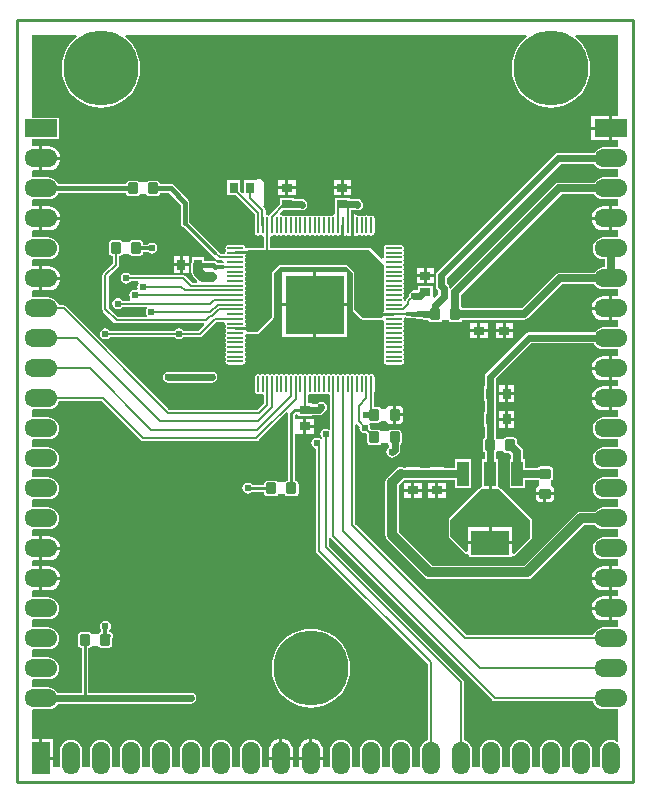
<source format=gtl>
G04*
G04 #@! TF.GenerationSoftware,Altium Limited,Altium Designer,19.0.14 (431)*
G04*
G04 Layer_Physical_Order=1*
G04 Layer_Color=255*
%FSLAX25Y25*%
%MOIN*%
G70*
G01*
G75*
%ADD13C,0.01000*%
G04:AMPARAMS|DCode=16|XSize=39.37mil|YSize=35.43mil|CornerRadius=4.43mil|HoleSize=0mil|Usage=FLASHONLY|Rotation=270.000|XOffset=0mil|YOffset=0mil|HoleType=Round|Shape=RoundedRectangle|*
%AMROUNDEDRECTD16*
21,1,0.03937,0.02657,0,0,270.0*
21,1,0.03051,0.03543,0,0,270.0*
1,1,0.00886,-0.01329,-0.01526*
1,1,0.00886,-0.01329,0.01526*
1,1,0.00886,0.01329,0.01526*
1,1,0.00886,0.01329,-0.01526*
%
%ADD16ROUNDEDRECTD16*%
%ADD17R,0.02953X0.03740*%
%ADD18R,0.03740X0.02953*%
%ADD19R,0.12795X0.08465*%
%ADD20R,0.03937X0.08465*%
G04:AMPARAMS|DCode=21|XSize=39.37mil|YSize=35.43mil|CornerRadius=4.43mil|HoleSize=0mil|Usage=FLASHONLY|Rotation=0.000|XOffset=0mil|YOffset=0mil|HoleType=Round|Shape=RoundedRectangle|*
%AMROUNDEDRECTD21*
21,1,0.03937,0.02657,0,0,0.0*
21,1,0.03051,0.03543,0,0,0.0*
1,1,0.00886,0.01526,-0.01329*
1,1,0.00886,-0.01526,-0.01329*
1,1,0.00886,-0.01526,0.01329*
1,1,0.00886,0.01526,0.01329*
%
%ADD21ROUNDEDRECTD21*%
%ADD39R,0.19685X0.19685*%
%ADD40O,0.00945X0.05512*%
%ADD41O,0.05512X0.00945*%
%ADD42C,0.00800*%
%ADD43C,0.02400*%
%ADD44C,0.02500*%
%ADD45C,0.03200*%
%ADD46C,0.01200*%
%ADD47C,0.01600*%
%ADD48C,0.02000*%
%ADD49C,0.02800*%
%ADD50C,0.25000*%
%ADD51R,0.11000X0.06000*%
%ADD52O,0.11000X0.06000*%
%ADD53R,0.06000X0.11000*%
%ADD54O,0.06000X0.11000*%
%ADD55C,0.02400*%
%ADD56C,0.01968*%
G36*
X200457Y222000D02*
X198500D01*
Y218000D01*
Y214000D01*
X200457D01*
Y211631D01*
X195500D01*
X194560Y211507D01*
X193684Y211145D01*
X192932Y210567D01*
X192371Y209835D01*
X180500D01*
X179798Y209696D01*
X179202Y209298D01*
X140202Y170298D01*
X139804Y169702D01*
X139665Y169000D01*
Y165510D01*
X139804Y164808D01*
X140202Y164213D01*
X140450Y163965D01*
Y162668D01*
X139212Y161430D01*
X138612Y161678D01*
Y165393D01*
X136203D01*
X135825Y165468D01*
X135448Y165393D01*
X133671D01*
Y164079D01*
X132500D01*
X131798Y163940D01*
X131202Y163542D01*
X130804Y162946D01*
X130665Y162244D01*
X130687Y162129D01*
X129779Y161221D01*
X129558Y160890D01*
X129487Y160531D01*
X129434Y160500D01*
X129282Y160499D01*
X128912Y160723D01*
X128933Y160825D01*
X128850Y161244D01*
X128613Y161598D01*
Y161627D01*
X128850Y161981D01*
X128933Y162400D01*
X128850Y162819D01*
X128613Y163173D01*
Y163202D01*
X128850Y163556D01*
X128933Y163975D01*
X128850Y164393D01*
X128621Y164762D01*
X128850Y165131D01*
X128933Y165550D01*
X128850Y165968D01*
X128613Y166323D01*
Y166351D01*
X128850Y166706D01*
X128933Y167124D01*
X128850Y167543D01*
X128613Y167898D01*
Y167926D01*
X128850Y168281D01*
X128933Y168699D01*
X128850Y169118D01*
X128613Y169472D01*
Y169501D01*
X128850Y169856D01*
X128933Y170274D01*
X128850Y170693D01*
X128621Y171061D01*
X128850Y171430D01*
X128933Y171849D01*
X128850Y172267D01*
X128613Y172622D01*
Y172650D01*
X128850Y173005D01*
X128933Y173424D01*
X128850Y173842D01*
X128613Y174197D01*
Y174225D01*
X128850Y174580D01*
X128933Y174998D01*
X128850Y175417D01*
X128621Y175786D01*
X128850Y176155D01*
X128933Y176573D01*
X128850Y176992D01*
X128613Y177346D01*
Y177375D01*
X128850Y177730D01*
X128933Y178148D01*
X128850Y178567D01*
X128613Y178921D01*
X128258Y179158D01*
X127839Y179242D01*
X123273D01*
X122854Y179158D01*
X122499Y178921D01*
X122262Y178567D01*
X122179Y178148D01*
X122262Y177730D01*
X122499Y177375D01*
Y177346D01*
X122262Y176992D01*
X122179Y176573D01*
X122262Y176155D01*
X122491Y175786D01*
X122262Y175417D01*
X122179Y174998D01*
X122226Y174762D01*
X122144Y174623D01*
X121410Y174508D01*
X117959Y177959D01*
X117500Y178149D01*
X84449Y178149D01*
Y181759D01*
X85005Y182251D01*
X85423Y182335D01*
X85778Y182572D01*
X85806D01*
X86161Y182335D01*
X86580Y182251D01*
X86998Y182335D01*
X87367Y182563D01*
X87736Y182335D01*
X88154Y182251D01*
X88573Y182335D01*
X88928Y182572D01*
X88956D01*
X89311Y182335D01*
X89729Y182251D01*
X90148Y182335D01*
X90502Y182572D01*
X90531D01*
X90886Y182335D01*
X91304Y182251D01*
X91722Y182335D01*
X92077Y182572D01*
X92106D01*
X92460Y182335D01*
X92879Y182251D01*
X93297Y182335D01*
X93666Y182563D01*
X94035Y182335D01*
X94454Y182251D01*
X94872Y182335D01*
X95227Y182572D01*
X95255D01*
X95610Y182335D01*
X96028Y182251D01*
X96447Y182335D01*
X96802Y182572D01*
X96830D01*
X97185Y182335D01*
X97603Y182251D01*
X98022Y182335D01*
X98391Y182563D01*
X98760Y182335D01*
X99178Y182251D01*
X99596Y182335D01*
X99951Y182572D01*
X99980D01*
X100334Y182335D01*
X100753Y182251D01*
X101171Y182335D01*
X101526Y182572D01*
X101554D01*
X101909Y182335D01*
X102328Y182251D01*
X102746Y182335D01*
X103115Y182563D01*
X103484Y182335D01*
X103902Y182251D01*
X104321Y182335D01*
X104675Y182572D01*
X104704D01*
X105059Y182335D01*
X105477Y182251D01*
X105896Y182335D01*
X106250Y182572D01*
X106279D01*
X106633Y182335D01*
X107052Y182251D01*
X107470Y182335D01*
X107512Y182363D01*
X107565Y182283D01*
X108052Y181958D01*
X108127Y181943D01*
Y183250D01*
X108146Y183345D01*
Y185628D01*
X109108D01*
Y183345D01*
X109127Y183250D01*
Y181943D01*
X109201Y181958D01*
X109688Y182283D01*
X109741Y182363D01*
X109783Y182335D01*
X110202Y182251D01*
X110620Y182335D01*
X110662Y182363D01*
X110715Y182283D01*
X111202Y181958D01*
X111276Y181943D01*
Y183250D01*
X111295Y183345D01*
Y185628D01*
Y187912D01*
X111276Y188007D01*
Y189730D01*
X111221Y189776D01*
Y190909D01*
X112642D01*
X112798Y190804D01*
X113500Y190665D01*
X114202Y190804D01*
X114798Y191202D01*
X115196Y191798D01*
X115335Y192500D01*
X115196Y193202D01*
X114798Y193798D01*
X114554Y194042D01*
X113958Y194440D01*
X113256Y194579D01*
X110970D01*
Y194820D01*
X106030D01*
Y190668D01*
X106032D01*
Y189497D01*
X105477Y189005D01*
X105059Y188922D01*
X104704Y188685D01*
X104675D01*
X104321Y188922D01*
X103902Y189005D01*
X103484Y188922D01*
X103115Y188694D01*
X102746Y188922D01*
X102328Y189005D01*
X101909Y188922D01*
X101554Y188685D01*
X101526D01*
X101171Y188922D01*
X100753Y189005D01*
X100334Y188922D01*
X99980Y188685D01*
X99951D01*
X99596Y188922D01*
X99178Y189005D01*
X98760Y188922D01*
X98391Y188694D01*
X98022Y188922D01*
X97603Y189005D01*
X97185Y188922D01*
X96830Y188685D01*
X96802D01*
X96447Y188922D01*
X96028Y189005D01*
X95610Y188922D01*
X95255Y188685D01*
X95227D01*
X94872Y188922D01*
X94454Y189005D01*
X94035Y188922D01*
X93666Y188694D01*
X93297Y188922D01*
X92879Y189005D01*
X92460Y188922D01*
X92106Y188685D01*
X92077D01*
X91722Y188922D01*
X91304Y189005D01*
X90886Y188922D01*
X90531Y188685D01*
X90502D01*
X90148Y188922D01*
X89729Y189005D01*
X89311Y188922D01*
X88956Y188685D01*
X88928D01*
X88573Y188922D01*
X88154Y189005D01*
X87927Y188960D01*
X87745Y189054D01*
X87615Y189730D01*
X87645Y189803D01*
X88510Y190668D01*
X92470D01*
Y190909D01*
X94141D01*
X94298Y190804D01*
X95000Y190665D01*
X95702Y190804D01*
X96298Y191202D01*
X96696Y191798D01*
X96835Y192500D01*
X96696Y193202D01*
X96298Y193798D01*
X96054Y194042D01*
X95458Y194440D01*
X94756Y194579D01*
X92470D01*
Y194820D01*
X87530D01*
Y192572D01*
X84284Y189326D01*
X83848Y188922D01*
X83430Y189005D01*
X82850Y189480D01*
Y190670D01*
X82772Y191060D01*
X82551Y191391D01*
X81996Y191946D01*
X82226Y192500D01*
X82500D01*
Y200000D01*
X81374Y201126D01*
X80267D01*
X80232Y201126D01*
X79832Y200726D01*
X75679D01*
Y196611D01*
X75080Y196362D01*
X74321Y197121D01*
Y200726D01*
X70168D01*
Y195786D01*
X72772D01*
X79261Y189297D01*
Y188283D01*
X79187Y187912D01*
Y183345D01*
X79270Y182926D01*
X79507Y182572D01*
X79862Y182335D01*
X80280Y182251D01*
X80699Y182335D01*
X81054Y182572D01*
X81082D01*
X81437Y182335D01*
X81855Y182251D01*
X82410Y181759D01*
Y178149D01*
X76902D01*
X76834Y178121D01*
X76761Y178134D01*
X76747Y178124D01*
X76709Y178126D01*
X76324Y178260D01*
X76122Y178423D01*
X76094Y178567D01*
X75857Y178921D01*
X75502Y179158D01*
X75084Y179242D01*
X70517D01*
X70098Y179158D01*
X69743Y178921D01*
X69506Y178567D01*
X69423Y178148D01*
X69506Y177730D01*
X69743Y177375D01*
Y177346D01*
X69506Y176992D01*
X69423Y176573D01*
X68931Y176018D01*
X67924D01*
X67269Y176673D01*
X67230Y176868D01*
X66965Y177265D01*
X57427Y186803D01*
Y193200D01*
X57427Y193200D01*
X57319Y193746D01*
X57009Y194209D01*
X57009Y194209D01*
X52209Y199009D01*
X51746Y199319D01*
X51200Y199427D01*
X51200Y199427D01*
X47739D01*
Y199526D01*
X47658Y199933D01*
X47427Y200277D01*
X47082Y200508D01*
X46675Y200589D01*
X44018D01*
X43611Y200508D01*
X43266Y200277D01*
X43059Y199969D01*
X40941D01*
X40734Y200277D01*
X40389Y200508D01*
X39982Y200589D01*
X37325D01*
X36918Y200508D01*
X36573Y200277D01*
X36342Y199933D01*
X36261Y199526D01*
Y199427D01*
X13805D01*
X13645Y199815D01*
X13068Y200568D01*
X12315Y201145D01*
X11440Y201507D01*
X10500Y201631D01*
X5500D01*
X5494Y201630D01*
X5043Y202026D01*
Y203571D01*
X5494Y203966D01*
X5500Y203965D01*
X7500D01*
Y208000D01*
Y212035D01*
X5500D01*
X5494Y212034D01*
X5043Y212429D01*
Y214400D01*
X14100D01*
Y221600D01*
X5043D01*
Y248957D01*
X19734D01*
X19955Y248357D01*
X18708Y247292D01*
X17369Y245724D01*
X16292Y243966D01*
X15503Y242061D01*
X15021Y240056D01*
X14860Y238000D01*
X15021Y235944D01*
X15503Y233939D01*
X16292Y232034D01*
X17369Y230276D01*
X18708Y228708D01*
X20276Y227369D01*
X22034Y226292D01*
X23939Y225503D01*
X25944Y225021D01*
X28000Y224859D01*
X30056Y225021D01*
X32061Y225503D01*
X33966Y226292D01*
X35724Y227369D01*
X37292Y228708D01*
X38631Y230276D01*
X39708Y232034D01*
X40497Y233939D01*
X40979Y235944D01*
X41140Y238000D01*
X40979Y240056D01*
X40497Y242061D01*
X39708Y243966D01*
X38631Y245724D01*
X37292Y247292D01*
X36045Y248357D01*
X36266Y248957D01*
X169734D01*
X169955Y248357D01*
X168708Y247292D01*
X167369Y245724D01*
X166292Y243966D01*
X165503Y242061D01*
X165021Y240056D01*
X164859Y238000D01*
X165021Y235944D01*
X165503Y233939D01*
X166292Y232034D01*
X167369Y230276D01*
X168708Y228708D01*
X170276Y227369D01*
X172034Y226292D01*
X173939Y225503D01*
X175944Y225021D01*
X178000Y224859D01*
X180056Y225021D01*
X182061Y225503D01*
X183966Y226292D01*
X185724Y227369D01*
X187292Y228708D01*
X188631Y230276D01*
X189708Y232034D01*
X190497Y233939D01*
X190979Y235944D01*
X191140Y238000D01*
X190979Y240056D01*
X190497Y242061D01*
X189708Y243966D01*
X188631Y245724D01*
X187292Y247292D01*
X186045Y248357D01*
X186266Y248957D01*
X200457D01*
Y222000D01*
D02*
G37*
G36*
X54573Y192609D02*
Y186500D01*
X54681Y185954D01*
X54991Y185491D01*
X55454Y185181D01*
X55622Y185148D01*
X65235Y175535D01*
X65632Y175270D01*
X65827Y175231D01*
X66781Y174277D01*
X67111Y174056D01*
X67502Y173979D01*
X68454D01*
X68909Y173473D01*
X68651Y173072D01*
X66946D01*
X66509Y173509D01*
X66046Y173819D01*
X65500Y173927D01*
X65500Y173927D01*
X62332D01*
Y174970D01*
X58179D01*
Y173338D01*
X58013Y172500D01*
Y170244D01*
X58184Y169386D01*
X58670Y168658D01*
X60159Y167169D01*
X59910Y166569D01*
X58373D01*
X56221Y168721D01*
X55890Y168942D01*
X55500Y169020D01*
X37884D01*
X37698Y169298D01*
X37102Y169696D01*
X36400Y169835D01*
X35698Y169696D01*
X35102Y169298D01*
X34704Y168702D01*
X34565Y168000D01*
X34704Y167298D01*
X35102Y166702D01*
X35698Y166304D01*
X36400Y166165D01*
X37102Y166304D01*
X37698Y166702D01*
X37884Y166980D01*
X40358D01*
X40486Y166802D01*
X40624Y166380D01*
X40304Y165902D01*
X40165Y165200D01*
X40293Y164556D01*
X40090Y164310D01*
X39844Y164107D01*
X39200Y164235D01*
X38498Y164096D01*
X37902Y163698D01*
X37504Y163102D01*
X37365Y162400D01*
X37504Y161698D01*
X37824Y161220D01*
X37686Y160798D01*
X37558Y160620D01*
X35084D01*
X34898Y160898D01*
X34302Y161296D01*
X33600Y161435D01*
X32898Y161296D01*
X32302Y160898D01*
X31904Y160302D01*
X31765Y159600D01*
X31904Y158898D01*
X32302Y158302D01*
X32898Y157904D01*
X33600Y157765D01*
X34302Y157904D01*
X34898Y158302D01*
X35084Y158580D01*
X43158D01*
X43286Y158402D01*
X43424Y157980D01*
X43104Y157502D01*
X42965Y156800D01*
X43104Y156098D01*
X43424Y155620D01*
X43286Y155198D01*
X43158Y155020D01*
X33598D01*
X30520Y158098D01*
Y168640D01*
X33721Y171841D01*
X33942Y172172D01*
X34020Y172562D01*
Y175559D01*
X34382D01*
X34789Y175640D01*
X35134Y175871D01*
X35341Y176180D01*
X37459D01*
X37666Y175871D01*
X38011Y175640D01*
X38418Y175559D01*
X41075D01*
X41482Y175640D01*
X41827Y175871D01*
X42058Y176216D01*
X42138Y176622D01*
Y176777D01*
X43653D01*
X43702Y176702D01*
X44298Y176304D01*
X45000Y176165D01*
X45702Y176304D01*
X46298Y176702D01*
X46696Y177298D01*
X46835Y178000D01*
X46696Y178702D01*
X46298Y179298D01*
X45702Y179696D01*
X45000Y179835D01*
X44298Y179696D01*
X43702Y179298D01*
X43653Y179224D01*
X42138D01*
Y179674D01*
X42058Y180080D01*
X41827Y180426D01*
X41482Y180656D01*
X41075Y180737D01*
X38418D01*
X38011Y180656D01*
X37666Y180426D01*
X37459Y180116D01*
X35341D01*
X35134Y180426D01*
X34789Y180656D01*
X34382Y180737D01*
X31725D01*
X31318Y180656D01*
X30973Y180426D01*
X30742Y180080D01*
X30661Y179674D01*
Y176622D01*
X30742Y176216D01*
X30973Y175871D01*
X31318Y175640D01*
X31725Y175559D01*
X31980D01*
Y172984D01*
X28779Y169783D01*
X28558Y169452D01*
X28480Y169062D01*
Y157676D01*
X28558Y157285D01*
X28779Y156955D01*
X32455Y153279D01*
X32785Y153058D01*
X33176Y152980D01*
X62250D01*
X62498Y152380D01*
X60637Y150520D01*
X55484D01*
X55298Y150798D01*
X54702Y151196D01*
X54000Y151335D01*
X53298Y151196D01*
X52702Y150798D01*
X52516Y150520D01*
X30984D01*
X30798Y150798D01*
X30202Y151196D01*
X29500Y151335D01*
X28798Y151196D01*
X28202Y150798D01*
X27804Y150202D01*
X27665Y149500D01*
X27804Y148798D01*
X28202Y148202D01*
X28798Y147804D01*
X29500Y147665D01*
X30202Y147804D01*
X30798Y148202D01*
X30984Y148480D01*
X52516D01*
X52702Y148202D01*
X53298Y147804D01*
X54000Y147665D01*
X54702Y147804D01*
X55298Y148202D01*
X55484Y148480D01*
X61060D01*
X61450Y148558D01*
X61781Y148779D01*
X66508Y153506D01*
X68931D01*
X69423Y152951D01*
X69506Y152533D01*
X69743Y152178D01*
Y152150D01*
X69506Y151795D01*
X69423Y151376D01*
X69506Y150958D01*
X69735Y150589D01*
X69506Y150220D01*
X69423Y149802D01*
X69506Y149383D01*
X69743Y149028D01*
Y149000D01*
X69506Y148645D01*
X69423Y148227D01*
X69506Y147808D01*
X69743Y147454D01*
Y147425D01*
X69506Y147070D01*
X69423Y146652D01*
X69506Y146233D01*
X69735Y145865D01*
X69506Y145496D01*
X69423Y145077D01*
X69506Y144659D01*
X69743Y144304D01*
Y144275D01*
X69506Y143921D01*
X69423Y143502D01*
X69506Y143084D01*
X69743Y142729D01*
Y142701D01*
X69506Y142346D01*
X69423Y141928D01*
X69506Y141509D01*
X69735Y141140D01*
X69506Y140771D01*
X69423Y140353D01*
X69506Y139934D01*
X69743Y139580D01*
X70098Y139342D01*
X70517Y139259D01*
X75084D01*
X75502Y139342D01*
X75857Y139580D01*
X76094Y139934D01*
X76177Y140353D01*
X76094Y140771D01*
X75865Y141140D01*
X76094Y141509D01*
X76177Y141928D01*
X76094Y142346D01*
X75857Y142701D01*
Y142729D01*
X76094Y143084D01*
X76177Y143502D01*
X76094Y143921D01*
X75857Y144275D01*
Y144304D01*
X76094Y144659D01*
X76177Y145077D01*
X76094Y145496D01*
X75865Y145865D01*
X76094Y146233D01*
X76177Y146652D01*
X76094Y147070D01*
X75857Y147425D01*
Y147454D01*
X76094Y147808D01*
X76177Y148227D01*
X76094Y148645D01*
X76329Y149351D01*
X76424Y149397D01*
X76695Y149408D01*
X80058Y149408D01*
X80517Y149598D01*
X85459Y154541D01*
X85649Y155000D01*
Y169731D01*
X87769Y171851D01*
X109731D01*
X111851Y169731D01*
Y157500D01*
X112041Y157041D01*
X114759Y154323D01*
X115218Y154133D01*
X121661Y154133D01*
X121931Y154121D01*
X122027Y154075D01*
X122262Y153370D01*
X122179Y152951D01*
X122262Y152533D01*
X122499Y152178D01*
Y152150D01*
X122262Y151795D01*
X122179Y151376D01*
X122262Y150958D01*
X122491Y150589D01*
X122262Y150220D01*
X122179Y149802D01*
X122262Y149383D01*
X122499Y149028D01*
Y149000D01*
X122262Y148645D01*
X122179Y148227D01*
X122262Y147808D01*
X122499Y147454D01*
Y147425D01*
X122262Y147070D01*
X122179Y146652D01*
X122262Y146233D01*
X122491Y145865D01*
X122262Y145496D01*
X122179Y145077D01*
X122262Y144659D01*
X122499Y144304D01*
Y144275D01*
X122262Y143921D01*
X122179Y143502D01*
X122262Y143084D01*
X122499Y142729D01*
Y142701D01*
X122262Y142346D01*
X122179Y141928D01*
X122262Y141509D01*
X122491Y141140D01*
X122262Y140771D01*
X122179Y140353D01*
X122262Y139934D01*
X122499Y139580D01*
X122854Y139342D01*
X123273Y139259D01*
X127839D01*
X128258Y139342D01*
X128613Y139580D01*
X128850Y139934D01*
X128933Y140353D01*
X128850Y140771D01*
X128621Y141140D01*
X128850Y141509D01*
X128933Y141928D01*
X128850Y142346D01*
X128613Y142701D01*
Y142729D01*
X128850Y143084D01*
X128933Y143502D01*
X128850Y143921D01*
X128613Y144275D01*
Y144304D01*
X128850Y144659D01*
X128933Y145077D01*
X128850Y145496D01*
X128621Y145865D01*
X128850Y146233D01*
X128933Y146652D01*
X128850Y147070D01*
X128613Y147425D01*
Y147454D01*
X128850Y147808D01*
X128933Y148227D01*
X128850Y148645D01*
X128613Y149000D01*
Y149028D01*
X128850Y149383D01*
X128933Y149802D01*
X128850Y150220D01*
X128621Y150589D01*
X128850Y150958D01*
X128933Y151376D01*
X128850Y151795D01*
X128613Y152150D01*
Y152178D01*
X128850Y152533D01*
X128933Y152951D01*
X128850Y153370D01*
X128613Y153724D01*
Y153753D01*
X128850Y154107D01*
X128933Y154526D01*
X129425Y155081D01*
X129467D01*
X129633Y154970D01*
X130101Y154877D01*
X130912D01*
X131054Y154782D01*
X131601Y154673D01*
X132857D01*
X132976Y154594D01*
X133601Y154469D01*
X134802D01*
X134898Y154405D01*
X135601Y154265D01*
X137123D01*
X137142Y154168D01*
X137373Y153823D01*
X137718Y153593D01*
X138125Y153512D01*
X140782D01*
X141189Y153593D01*
X141534Y153823D01*
X141741Y154132D01*
X143859D01*
X144066Y153823D01*
X144411Y153593D01*
X144818Y153512D01*
X147475D01*
X147882Y153593D01*
X148227Y153823D01*
X148458Y154168D01*
X148467Y154215D01*
X151530D01*
Y154024D01*
X156470D01*
Y154215D01*
X159930D01*
Y154024D01*
X164870D01*
Y154215D01*
X169015D01*
X169736Y154358D01*
X170348Y154767D01*
X181695Y166114D01*
X192410D01*
X192932Y165432D01*
X193684Y164855D01*
X194560Y164493D01*
X195500Y164369D01*
X200457D01*
Y162034D01*
X198500D01*
Y158000D01*
Y153965D01*
X200457D01*
Y151631D01*
X195500D01*
X194560Y151507D01*
X193684Y151145D01*
X192932Y150568D01*
X192545Y150062D01*
X170727D01*
X170025Y149922D01*
X169429Y149524D01*
X156402Y136498D01*
X156004Y135902D01*
X155865Y135200D01*
Y131970D01*
X155624D01*
Y127030D01*
X155865D01*
Y123470D01*
X155624D01*
Y118530D01*
X155865D01*
Y114841D01*
X155619Y114678D01*
X155389Y114332D01*
X155308Y113926D01*
Y110874D01*
X155389Y110468D01*
X155619Y110123D01*
X155865Y109959D01*
Y107748D01*
X155131D01*
Y98333D01*
X154732D01*
X154518Y98245D01*
X154301Y98170D01*
X153883Y97799D01*
X153874Y97781D01*
X153854Y97772D01*
X144041Y87959D01*
X143851Y87500D01*
Y82000D01*
X144041Y81541D01*
X149289Y76293D01*
X149408Y76243D01*
X149499Y76152D01*
X149629D01*
X149748Y76103D01*
X149867Y76152D01*
X149997D01*
X150102Y76196D01*
X150702Y75795D01*
Y75052D01*
X164698D01*
Y75195D01*
X165298Y75596D01*
X165403Y75552D01*
X165533D01*
X165652Y75503D01*
X165771Y75552D01*
X165901D01*
X165992Y75643D01*
X166111Y75693D01*
X171459Y81041D01*
X171649Y81500D01*
X171649Y87500D01*
X171459Y87959D01*
X161587Y97831D01*
X161528Y97856D01*
X161492Y97910D01*
X161033Y98221D01*
X160845Y98260D01*
X160669Y98333D01*
X160268D01*
Y107748D01*
X159535D01*
Y109959D01*
X159781Y110123D01*
X159987Y110432D01*
X162106D01*
X162312Y110123D01*
X162657Y109892D01*
X163064Y109811D01*
X164098D01*
X164716Y109193D01*
Y107748D01*
X164187D01*
Y98084D01*
X169324D01*
Y100877D01*
X173695D01*
X173723Y100835D01*
X174031Y100629D01*
Y98935D01*
X173911Y98911D01*
X173434Y98592D01*
X173115Y98115D01*
X173003Y97552D01*
Y96723D01*
X178997D01*
Y97552D01*
X178885Y98115D01*
X178566Y98592D01*
X178089Y98911D01*
X177969Y98935D01*
Y100629D01*
X178278Y100835D01*
X178508Y101180D01*
X178589Y101587D01*
Y104244D01*
X178508Y104651D01*
X178278Y104996D01*
X177933Y105227D01*
X177526Y105308D01*
X174474D01*
X174067Y105227D01*
X173723Y104996D01*
X173695Y104955D01*
X169324D01*
Y107748D01*
X168794D01*
Y110038D01*
X168639Y110818D01*
X168197Y111480D01*
X166785Y112892D01*
Y113926D01*
X166704Y114332D01*
X166473Y114678D01*
X166129Y114908D01*
X165722Y114989D01*
X163064D01*
X162657Y114908D01*
X162312Y114678D01*
X162106Y114368D01*
X159987D01*
X159781Y114678D01*
X159535Y114841D01*
Y118530D01*
X159776D01*
Y123470D01*
X159535D01*
Y127030D01*
X159776D01*
Y131970D01*
X159535D01*
Y134440D01*
X171487Y146391D01*
X192270D01*
X192355Y146185D01*
X192932Y145432D01*
X193684Y144855D01*
X194560Y144493D01*
X195500Y144369D01*
X200457D01*
Y142034D01*
X198500D01*
Y138000D01*
Y133966D01*
X200457D01*
Y132035D01*
X198500D01*
Y128000D01*
Y123966D01*
X200457D01*
Y121631D01*
X195500D01*
X194560Y121507D01*
X193684Y121145D01*
X192932Y120568D01*
X192355Y119816D01*
X191993Y118940D01*
X191869Y118000D01*
X191993Y117060D01*
X192355Y116184D01*
X192932Y115432D01*
X193684Y114855D01*
X194560Y114493D01*
X195500Y114369D01*
X200457D01*
Y111631D01*
X195500D01*
X194560Y111507D01*
X193684Y111145D01*
X192932Y110568D01*
X192355Y109816D01*
X191993Y108940D01*
X191869Y108000D01*
X191993Y107060D01*
X192355Y106184D01*
X192932Y105432D01*
X193684Y104855D01*
X194560Y104493D01*
X195500Y104369D01*
X200457D01*
Y101631D01*
X195500D01*
X194560Y101507D01*
X193684Y101145D01*
X192932Y100568D01*
X192355Y99815D01*
X191993Y98940D01*
X191869Y98000D01*
X191993Y97060D01*
X192355Y96184D01*
X192932Y95432D01*
X193684Y94855D01*
X194560Y94493D01*
X195500Y94369D01*
X200457D01*
Y91631D01*
X195500D01*
X194560Y91507D01*
X193684Y91145D01*
X192932Y90568D01*
X192683Y90243D01*
X188000D01*
X187142Y90072D01*
X186414Y89586D01*
X169071Y72243D01*
X138429D01*
X127243Y83429D01*
Y95000D01*
Y99071D01*
X128954Y100782D01*
X129530Y100839D01*
X129530Y100839D01*
X129530Y100839D01*
X134470D01*
Y100877D01*
X137530D01*
Y100839D01*
X142470D01*
Y100877D01*
X146076D01*
Y98084D01*
X151213D01*
Y107748D01*
X146076D01*
Y104955D01*
X142470D01*
Y104992D01*
X137530D01*
Y104955D01*
X134470D01*
Y104992D01*
X129530D01*
Y104955D01*
X128824D01*
X128774Y104988D01*
X127916Y105159D01*
X127057Y104988D01*
X126330Y104502D01*
X123414Y101586D01*
X122928Y100858D01*
X122757Y100000D01*
Y95000D01*
Y82500D01*
X122928Y81642D01*
X123414Y80914D01*
X135914Y68414D01*
X136642Y67928D01*
X137500Y67757D01*
X170000D01*
X170858Y67928D01*
X171586Y68414D01*
X188929Y85757D01*
X192683D01*
X192932Y85432D01*
X193684Y84855D01*
X194560Y84493D01*
X195500Y84369D01*
X200457D01*
Y81631D01*
X195500D01*
X194560Y81507D01*
X193684Y81145D01*
X192932Y80568D01*
X192355Y79816D01*
X191993Y78940D01*
X191869Y78000D01*
X191993Y77060D01*
X192355Y76184D01*
X192932Y75432D01*
X193684Y74855D01*
X194560Y74493D01*
X195500Y74369D01*
X200457D01*
Y72035D01*
X198500D01*
Y68000D01*
Y63965D01*
X200457D01*
Y62034D01*
X198500D01*
Y58000D01*
Y53966D01*
X200457D01*
Y51631D01*
X195500D01*
X194560Y51507D01*
X193684Y51145D01*
X192932Y50568D01*
X192355Y49815D01*
X192026Y49020D01*
X149922D01*
X112796Y86146D01*
Y119067D01*
X113396Y119316D01*
X114230Y118482D01*
X114165Y118154D01*
X114304Y117451D01*
X114702Y116856D01*
X115298Y116458D01*
X116000Y116318D01*
X116328Y116384D01*
X116762Y115950D01*
Y113474D01*
X116842Y113067D01*
X117073Y112723D01*
X117418Y112492D01*
X117825Y112411D01*
X120482D01*
X120889Y112492D01*
X121234Y112723D01*
X121441Y113031D01*
X123559D01*
X123766Y112723D01*
X124011Y112559D01*
Y111607D01*
X123702Y111298D01*
X123304Y110702D01*
X123165Y110000D01*
X123304Y109298D01*
X123702Y108702D01*
X124298Y108304D01*
X125000Y108165D01*
X125702Y108304D01*
X126298Y108702D01*
X127144Y109549D01*
X127542Y110144D01*
X127682Y110846D01*
Y112559D01*
X127927Y112723D01*
X128158Y113067D01*
X128238Y113474D01*
Y116526D01*
X128158Y116932D01*
X127927Y117278D01*
X127582Y117508D01*
X127175Y117589D01*
X124518D01*
X124111Y117508D01*
X123766Y117278D01*
X123559Y116969D01*
X121441D01*
X121234Y117278D01*
X120889Y117508D01*
X120482Y117589D01*
X118279D01*
X117827Y118115D01*
X117835Y118154D01*
X117696Y118856D01*
X117334Y119397D01*
X117398Y119602D01*
X117631Y119949D01*
X117825Y119911D01*
X120482D01*
X120889Y119992D01*
X121234Y120222D01*
X121441Y120531D01*
X123135D01*
X123159Y120411D01*
X123477Y119934D01*
X123955Y119615D01*
X124518Y119503D01*
X125346D01*
Y122500D01*
Y125497D01*
X124518D01*
X123955Y125385D01*
X123477Y125066D01*
X123159Y124589D01*
X123135Y124469D01*
X121441D01*
X121234Y124777D01*
X120889Y125008D01*
X120482Y125089D01*
X119095D01*
Y130218D01*
X119169Y130589D01*
Y135156D01*
X119086Y135574D01*
X118849Y135929D01*
X118494Y136166D01*
X118076Y136249D01*
X117657Y136166D01*
X117302Y135929D01*
X117274D01*
X116919Y136166D01*
X116501Y136249D01*
X116082Y136166D01*
X115728Y135929D01*
X115699D01*
X115344Y136166D01*
X114926Y136249D01*
X114507Y136166D01*
X114153Y135929D01*
X114124D01*
X113770Y136166D01*
X113351Y136249D01*
X112933Y136166D01*
X112578Y135929D01*
X112550D01*
X112195Y136166D01*
X111776Y136249D01*
X111358Y136166D01*
X111003Y135929D01*
X110975D01*
X110620Y136166D01*
X110202Y136249D01*
X109783Y136166D01*
X109428Y135929D01*
X109400D01*
X109045Y136166D01*
X108627Y136249D01*
X108208Y136166D01*
X107854Y135929D01*
X107825D01*
X107470Y136166D01*
X107052Y136249D01*
X106633Y136166D01*
X106279Y135929D01*
X106250D01*
X105896Y136166D01*
X105477Y136249D01*
X105059Y136166D01*
X104704Y135929D01*
X104675D01*
X104321Y136166D01*
X103902Y136249D01*
X103484Y136166D01*
X103129Y135929D01*
X103101D01*
X102746Y136166D01*
X102328Y136249D01*
X101909Y136166D01*
X101554Y135929D01*
X101526D01*
X101171Y136166D01*
X100753Y136249D01*
X100334Y136166D01*
X99980Y135929D01*
X99951D01*
X99596Y136166D01*
X99178Y136249D01*
X98760Y136166D01*
X98405Y135929D01*
X98376D01*
X98022Y136166D01*
X97603Y136249D01*
X97185Y136166D01*
X96830Y135929D01*
X96802D01*
X96447Y136166D01*
X96028Y136249D01*
X95610Y136166D01*
X95255Y135929D01*
X95227D01*
X94872Y136166D01*
X94454Y136249D01*
X94035Y136166D01*
X93666Y135938D01*
X93297Y136166D01*
X92879Y136249D01*
X92460Y136166D01*
X92106Y135929D01*
X92077D01*
X91722Y136166D01*
X91304Y136249D01*
X90886Y136166D01*
X90531Y135929D01*
X90502D01*
X90148Y136166D01*
X89729Y136249D01*
X89311Y136166D01*
X88956Y135929D01*
X88928D01*
X88573Y136166D01*
X88154Y136249D01*
X87736Y136166D01*
X87367Y135938D01*
X86998Y136166D01*
X86580Y136249D01*
X86161Y136166D01*
X85806Y135929D01*
X85778D01*
X85423Y136166D01*
X85005Y136249D01*
X84586Y136166D01*
X84232Y135929D01*
X84203D01*
X83848Y136166D01*
X83430Y136249D01*
X83012Y136166D01*
X82643Y135938D01*
X82274Y136166D01*
X81855Y136249D01*
X81437Y136166D01*
X81082Y135929D01*
X81054D01*
X80699Y136166D01*
X80280Y136249D01*
X79862Y136166D01*
X79507Y135929D01*
X79270Y135574D01*
X79187Y135156D01*
Y130589D01*
X79270Y130171D01*
X79507Y129816D01*
X79862Y129579D01*
X80280Y129496D01*
X80699Y129579D01*
X81054Y129816D01*
X81082D01*
X81437Y129579D01*
X81855Y129496D01*
X82410Y129004D01*
Y126352D01*
X80278Y124220D01*
X50822D01*
X16321Y158721D01*
X15990Y158942D01*
X15600Y159020D01*
X13974D01*
X13645Y159816D01*
X13068Y160568D01*
X12315Y161145D01*
X11440Y161507D01*
X10500Y161631D01*
X5500D01*
X5494Y161630D01*
X5043Y162026D01*
Y163571D01*
X5494Y163966D01*
X5500Y163965D01*
X7500D01*
Y168000D01*
Y172035D01*
X5500D01*
X5494Y172034D01*
X5043Y172429D01*
Y173974D01*
X5494Y174370D01*
X5500Y174369D01*
X10500D01*
X11440Y174493D01*
X12315Y174855D01*
X13068Y175432D01*
X13645Y176184D01*
X14007Y177060D01*
X14131Y178000D01*
X14007Y178940D01*
X13645Y179815D01*
X13068Y180568D01*
X12315Y181145D01*
X11440Y181507D01*
X10500Y181631D01*
X5500D01*
X5494Y181630D01*
X5043Y182026D01*
Y183571D01*
X5494Y183966D01*
X5500Y183966D01*
X7500D01*
Y188000D01*
Y192034D01*
X5500D01*
X5494Y192034D01*
X5043Y192429D01*
Y193974D01*
X5494Y194370D01*
X5500Y194369D01*
X10500D01*
X11440Y194493D01*
X12315Y194855D01*
X13068Y195432D01*
X13645Y196185D01*
X13805Y196573D01*
X36261D01*
Y196474D01*
X36342Y196068D01*
X36573Y195722D01*
X36918Y195492D01*
X37325Y195411D01*
X39982D01*
X40389Y195492D01*
X40734Y195722D01*
X40941Y196031D01*
X43059D01*
X43266Y195722D01*
X43611Y195492D01*
X44018Y195411D01*
X46675D01*
X47082Y195492D01*
X47427Y195722D01*
X47658Y196068D01*
X47739Y196474D01*
Y196573D01*
X50609D01*
X54573Y192609D01*
D02*
G37*
G36*
X192932Y205433D02*
X193684Y204855D01*
X194560Y204493D01*
X195500Y204369D01*
X200457D01*
Y201631D01*
X195500D01*
X194560Y201507D01*
X193684Y201145D01*
X192932Y200568D01*
X192410Y199886D01*
X180747D01*
X180025Y199743D01*
X179413Y199334D01*
X144813Y164733D01*
X144721Y164596D01*
X144223Y164703D01*
X144113Y164766D01*
X143981Y165427D01*
X143583Y166023D01*
X143335Y166271D01*
Y168240D01*
X181260Y206165D01*
X192371D01*
X192932Y205433D01*
D02*
G37*
G36*
Y195432D02*
X193684Y194855D01*
X194560Y194493D01*
X195500Y194369D01*
X200457D01*
Y192034D01*
X198500D01*
Y188000D01*
Y183966D01*
X200457D01*
Y181631D01*
X195500D01*
X194560Y181507D01*
X193684Y181145D01*
X192932Y180568D01*
X192355Y179815D01*
X191993Y178940D01*
X191869Y178000D01*
X191993Y177060D01*
X192355Y176184D01*
X192932Y175432D01*
X193684Y174855D01*
X194560Y174493D01*
X195500Y174369D01*
X196114D01*
Y171631D01*
X195500D01*
X194560Y171507D01*
X193684Y171145D01*
X192932Y170568D01*
X192410Y169886D01*
X180914D01*
X180192Y169743D01*
X179989Y169607D01*
X179580Y169334D01*
X168233Y157987D01*
X164870D01*
Y158177D01*
X159930D01*
Y157987D01*
X156470D01*
Y158177D01*
X151530D01*
Y157987D01*
X148467D01*
X148458Y158033D01*
X148227Y158378D01*
X148033Y158508D01*
Y162618D01*
X181528Y196114D01*
X192410D01*
X192932Y195432D01*
D02*
G37*
G36*
X122451Y172549D02*
X122262Y172267D01*
X122179Y171849D01*
X122262Y171430D01*
X122491Y171061D01*
X122262Y170693D01*
X122179Y170274D01*
X122262Y169856D01*
X122499Y169501D01*
Y169472D01*
X122262Y169118D01*
X122179Y168699D01*
X122262Y168281D01*
X122499Y167926D01*
Y167898D01*
X122262Y167543D01*
X122179Y167124D01*
X122262Y166706D01*
X122499Y166351D01*
Y166323D01*
X122262Y165968D01*
X122179Y165550D01*
X122262Y165131D01*
X122491Y164762D01*
X122262Y164393D01*
X122179Y163975D01*
X122262Y163556D01*
X122499Y163202D01*
Y163173D01*
X122262Y162819D01*
X122179Y162400D01*
X122262Y161981D01*
X122499Y161627D01*
Y161598D01*
X122262Y161244D01*
X122179Y160825D01*
X122262Y160407D01*
X122491Y160038D01*
X122262Y159669D01*
X122179Y159250D01*
X122262Y158832D01*
X122499Y158477D01*
Y158449D01*
X122262Y158094D01*
X122179Y157676D01*
X122262Y157257D01*
X122290Y157215D01*
X122211Y157162D01*
X121885Y156675D01*
X121871Y156601D01*
X123178D01*
X123273Y156582D01*
X125556D01*
Y155620D01*
X123273D01*
X123178Y155601D01*
X121871D01*
X121885Y155526D01*
X121982Y155382D01*
X121661Y154782D01*
X115218Y154782D01*
X112500Y157500D01*
Y170000D01*
X110000Y172500D01*
X87500D01*
X85000Y170000D01*
Y155000D01*
X80058Y150058D01*
X76695Y150058D01*
X76374Y150658D01*
X76471Y150802D01*
X76485Y150876D01*
X75178D01*
X75084Y150895D01*
X72800D01*
Y151857D01*
X75084D01*
X75178Y151876D01*
X76485D01*
X76471Y151951D01*
X76145Y152438D01*
X76066Y152491D01*
X76094Y152533D01*
X76177Y152951D01*
X76094Y153370D01*
X75857Y153724D01*
Y153753D01*
X76094Y154107D01*
X76177Y154526D01*
X76094Y154944D01*
X75865Y155313D01*
X76094Y155682D01*
X76177Y156101D01*
X76094Y156519D01*
X75857Y156874D01*
Y156902D01*
X76094Y157257D01*
X76177Y157676D01*
X76094Y158094D01*
X75857Y158449D01*
Y158477D01*
X76094Y158832D01*
X76177Y159250D01*
X76094Y159669D01*
X75865Y160038D01*
X76094Y160407D01*
X76177Y160825D01*
X76094Y161244D01*
X75857Y161598D01*
Y161627D01*
X76094Y161981D01*
X76177Y162400D01*
X76094Y162819D01*
X75857Y163173D01*
Y163202D01*
X76094Y163556D01*
X76177Y163975D01*
X76094Y164393D01*
X75865Y164762D01*
X76094Y165131D01*
X76177Y165550D01*
X76094Y165968D01*
X75857Y166323D01*
Y166351D01*
X76094Y166706D01*
X76177Y167124D01*
X76094Y167543D01*
X75857Y167898D01*
Y167926D01*
X76094Y168281D01*
X76177Y168699D01*
X76094Y169118D01*
X75857Y169472D01*
Y169501D01*
X76094Y169856D01*
X76177Y170274D01*
X76094Y170693D01*
X75865Y171061D01*
X76094Y171430D01*
X76177Y171849D01*
X76094Y172267D01*
X75857Y172622D01*
Y172650D01*
X76094Y173005D01*
X76177Y173424D01*
X76094Y173842D01*
X75857Y174197D01*
Y174225D01*
X76094Y174580D01*
X76177Y174998D01*
X76094Y175417D01*
X76066Y175459D01*
X76145Y175512D01*
X76471Y175999D01*
X76485Y176073D01*
X75178D01*
X75084Y176092D01*
X72800D01*
Y177054D01*
X75084D01*
X75178Y177073D01*
X76630D01*
X76902Y177500D01*
X117500Y177500D01*
X122451Y172549D01*
D02*
G37*
G36*
X103484Y129579D02*
X103902Y129496D01*
X104458Y129003D01*
Y117912D01*
X103858Y117592D01*
X103702Y117696D01*
X103000Y117835D01*
X102298Y117696D01*
X101702Y117298D01*
X101304Y116702D01*
X101165Y116000D01*
X101304Y115298D01*
X101608Y114844D01*
X101175Y114411D01*
X100702Y114727D01*
X100000Y114867D01*
X99298Y114727D01*
X98702Y114329D01*
X98304Y113734D01*
X98165Y113031D01*
X98304Y112329D01*
X98702Y111734D01*
X99298Y111336D01*
X99736Y111249D01*
Y77244D01*
X99814Y76854D01*
X100035Y76523D01*
X136980Y39578D01*
Y13974D01*
X136185Y13645D01*
X135432Y13068D01*
X134855Y12315D01*
X134493Y11440D01*
X134369Y10500D01*
Y5500D01*
X134370Y5494D01*
X133974Y5043D01*
X132026D01*
X131630Y5494D01*
X131631Y5500D01*
Y10500D01*
X131507Y11440D01*
X131145Y12315D01*
X130568Y13068D01*
X129815Y13645D01*
X128940Y14007D01*
X128000Y14131D01*
X127060Y14007D01*
X126184Y13645D01*
X125432Y13068D01*
X124855Y12315D01*
X124493Y11440D01*
X124369Y10500D01*
Y5500D01*
X124370Y5494D01*
X123974Y5043D01*
X122026D01*
X121630Y5494D01*
X121631Y5500D01*
Y10500D01*
X121507Y11440D01*
X121145Y12315D01*
X120568Y13068D01*
X119816Y13645D01*
X118940Y14007D01*
X118000Y14131D01*
X117060Y14007D01*
X116184Y13645D01*
X115432Y13068D01*
X114855Y12315D01*
X114493Y11440D01*
X114369Y10500D01*
Y5500D01*
X114370Y5494D01*
X113974Y5043D01*
X112026D01*
X111630Y5494D01*
X111631Y5500D01*
Y10500D01*
X111507Y11440D01*
X111145Y12315D01*
X110568Y13068D01*
X109816Y13645D01*
X108940Y14007D01*
X108000Y14131D01*
X107060Y14007D01*
X106184Y13645D01*
X105432Y13068D01*
X104855Y12315D01*
X104493Y11440D01*
X104369Y10500D01*
Y5500D01*
X104370Y5494D01*
X103974Y5043D01*
X102429D01*
X102034Y5494D01*
X102034Y5500D01*
Y7500D01*
X98000D01*
X93966D01*
Y5500D01*
X93966Y5494D01*
X93571Y5043D01*
X92429D01*
X92034Y5494D01*
X92035Y5500D01*
Y7500D01*
X88000D01*
X83965D01*
Y5500D01*
X83966Y5494D01*
X83571Y5043D01*
X82026D01*
X81630Y5494D01*
X81631Y5500D01*
Y10500D01*
X81507Y11440D01*
X81145Y12315D01*
X80568Y13068D01*
X79816Y13645D01*
X78940Y14007D01*
X78000Y14131D01*
X77060Y14007D01*
X76184Y13645D01*
X75432Y13068D01*
X74855Y12315D01*
X74493Y11440D01*
X74369Y10500D01*
Y5500D01*
X74370Y5494D01*
X73974Y5043D01*
X72026D01*
X71630Y5494D01*
X71631Y5500D01*
Y10500D01*
X71507Y11440D01*
X71145Y12315D01*
X70568Y13068D01*
X69815Y13645D01*
X68940Y14007D01*
X68000Y14131D01*
X67060Y14007D01*
X66185Y13645D01*
X65432Y13068D01*
X64855Y12315D01*
X64493Y11440D01*
X64369Y10500D01*
Y5500D01*
X64370Y5494D01*
X63974Y5043D01*
X62026D01*
X61630Y5494D01*
X61631Y5500D01*
Y10500D01*
X61507Y11440D01*
X61145Y12315D01*
X60568Y13068D01*
X59816Y13645D01*
X58940Y14007D01*
X58000Y14131D01*
X57060Y14007D01*
X56185Y13645D01*
X55432Y13068D01*
X54855Y12315D01*
X54493Y11440D01*
X54369Y10500D01*
Y5500D01*
X54370Y5494D01*
X53974Y5043D01*
X52026D01*
X51630Y5494D01*
X51631Y5500D01*
Y10500D01*
X51507Y11440D01*
X51145Y12315D01*
X50568Y13068D01*
X49815Y13645D01*
X48940Y14007D01*
X48000Y14131D01*
X47060Y14007D01*
X46185Y13645D01*
X45432Y13068D01*
X44855Y12315D01*
X44493Y11440D01*
X44369Y10500D01*
Y5500D01*
X44370Y5494D01*
X43974Y5043D01*
X42026D01*
X41630Y5494D01*
X41631Y5500D01*
Y10500D01*
X41507Y11440D01*
X41145Y12315D01*
X40567Y13068D01*
X39816Y13645D01*
X38940Y14007D01*
X38000Y14131D01*
X37060Y14007D01*
X36184Y13645D01*
X35432Y13068D01*
X34855Y12315D01*
X34493Y11440D01*
X34369Y10500D01*
Y5500D01*
X34370Y5494D01*
X33974Y5043D01*
X32026D01*
X31630Y5494D01*
X31631Y5500D01*
Y10500D01*
X31507Y11440D01*
X31145Y12315D01*
X30567Y13068D01*
X29816Y13645D01*
X28940Y14007D01*
X28000Y14131D01*
X27060Y14007D01*
X26184Y13645D01*
X25433Y13068D01*
X24855Y12315D01*
X24493Y11440D01*
X24369Y10500D01*
Y5500D01*
X24370Y5494D01*
X23974Y5043D01*
X22026D01*
X21630Y5494D01*
X21631Y5500D01*
Y10500D01*
X21507Y11440D01*
X21145Y12315D01*
X20568Y13068D01*
X19816Y13645D01*
X18940Y14007D01*
X18000Y14131D01*
X17060Y14007D01*
X16184Y13645D01*
X15432Y13068D01*
X14855Y12315D01*
X14493Y11440D01*
X14369Y10500D01*
Y5500D01*
X14370Y5494D01*
X13974Y5043D01*
X12000D01*
Y7500D01*
X8000D01*
Y8000D01*
X7500D01*
Y14500D01*
X5043D01*
Y23974D01*
X5494Y24370D01*
X5500Y24369D01*
X10500D01*
X11440Y24493D01*
X12315Y24855D01*
X13068Y25433D01*
X13629Y26165D01*
X58000D01*
X58702Y26304D01*
X59298Y26702D01*
X59696Y27298D01*
X59835Y28000D01*
X59696Y28702D01*
X59298Y29298D01*
X58702Y29696D01*
X58000Y29835D01*
X23775D01*
Y44911D01*
X23982D01*
X24389Y44992D01*
X24734Y45222D01*
X24941Y45531D01*
X27059D01*
X27266Y45222D01*
X27611Y44992D01*
X28018Y44911D01*
X30675D01*
X31082Y44992D01*
X31427Y45222D01*
X31658Y45568D01*
X31738Y45974D01*
Y48240D01*
X31845Y48400D01*
X31938Y48869D01*
X31845Y49337D01*
X31580Y49734D01*
X31183Y49999D01*
X30907Y50054D01*
X30752Y50608D01*
X30757Y50675D01*
X30798Y50702D01*
X31196Y51298D01*
X31335Y52000D01*
X31196Y52702D01*
X30798Y53298D01*
X30202Y53696D01*
X29500Y53835D01*
X28798Y53696D01*
X28202Y53298D01*
X27804Y52702D01*
X27665Y52000D01*
X27804Y51298D01*
X28123Y50821D01*
Y50089D01*
X28018D01*
X27611Y50008D01*
X27266Y49777D01*
X27059Y49468D01*
X24941D01*
X24734Y49777D01*
X24389Y50008D01*
X23982Y50089D01*
X21325D01*
X20918Y50008D01*
X20573Y49777D01*
X20342Y49433D01*
X20261Y49026D01*
Y45974D01*
X20342Y45568D01*
X20573Y45222D01*
X20918Y44992D01*
X21325Y44911D01*
X21532D01*
Y29835D01*
X13629D01*
X13068Y30567D01*
X12315Y31145D01*
X11440Y31507D01*
X10500Y31631D01*
X5500D01*
X5494Y31630D01*
X5043Y32026D01*
Y33974D01*
X5494Y34370D01*
X5500Y34369D01*
X10500D01*
X11440Y34493D01*
X12315Y34855D01*
X13068Y35432D01*
X13645Y36184D01*
X14007Y37060D01*
X14131Y38000D01*
X14007Y38940D01*
X13645Y39816D01*
X13068Y40567D01*
X12315Y41145D01*
X11440Y41507D01*
X10500Y41631D01*
X5500D01*
X5494Y41630D01*
X5043Y42026D01*
Y43974D01*
X5494Y44370D01*
X5500Y44369D01*
X10500D01*
X11440Y44493D01*
X12315Y44855D01*
X13068Y45432D01*
X13645Y46185D01*
X14007Y47060D01*
X14131Y48000D01*
X14007Y48940D01*
X13645Y49815D01*
X13068Y50568D01*
X12315Y51145D01*
X11440Y51507D01*
X10500Y51631D01*
X5500D01*
X5494Y51630D01*
X5043Y52026D01*
Y53974D01*
X5494Y54370D01*
X5500Y54369D01*
X10500D01*
X11440Y54493D01*
X12315Y54855D01*
X13068Y55432D01*
X13645Y56185D01*
X14007Y57060D01*
X14131Y58000D01*
X14007Y58940D01*
X13645Y59816D01*
X13068Y60568D01*
X12315Y61145D01*
X11440Y61507D01*
X10500Y61631D01*
X5500D01*
X5494Y61630D01*
X5043Y62026D01*
Y63571D01*
X5494Y63966D01*
X5500Y63965D01*
X7500D01*
Y68000D01*
Y72035D01*
X5500D01*
X5494Y72034D01*
X5043Y72429D01*
Y73571D01*
X5494Y73966D01*
X5500Y73966D01*
X7500D01*
Y78000D01*
Y82034D01*
X5500D01*
X5494Y82034D01*
X5043Y82429D01*
Y83974D01*
X5494Y84370D01*
X5500Y84369D01*
X10500D01*
X11440Y84493D01*
X12315Y84855D01*
X13068Y85432D01*
X13645Y86185D01*
X14007Y87060D01*
X14131Y88000D01*
X14007Y88940D01*
X13645Y89815D01*
X13068Y90568D01*
X12315Y91145D01*
X11440Y91507D01*
X10500Y91631D01*
X5500D01*
X5494Y91630D01*
X5043Y92026D01*
Y93974D01*
X5494Y94370D01*
X5500Y94369D01*
X10500D01*
X11440Y94493D01*
X12315Y94855D01*
X13068Y95432D01*
X13645Y96184D01*
X14007Y97060D01*
X14131Y98000D01*
X14007Y98940D01*
X13645Y99815D01*
X13068Y100568D01*
X12315Y101145D01*
X11440Y101507D01*
X10500Y101631D01*
X5500D01*
X5494Y101630D01*
X5043Y102026D01*
Y103974D01*
X5494Y104370D01*
X5500Y104369D01*
X10500D01*
X11440Y104493D01*
X12315Y104855D01*
X13068Y105432D01*
X13645Y106184D01*
X14007Y107060D01*
X14131Y108000D01*
X14007Y108940D01*
X13645Y109816D01*
X13068Y110568D01*
X12315Y111145D01*
X11440Y111507D01*
X10500Y111631D01*
X5500D01*
X5494Y111630D01*
X5043Y112026D01*
Y113974D01*
X5494Y114370D01*
X5500Y114369D01*
X10500D01*
X11440Y114493D01*
X12315Y114855D01*
X13068Y115432D01*
X13645Y116184D01*
X14007Y117060D01*
X14131Y118000D01*
X14007Y118940D01*
X13645Y119816D01*
X13068Y120568D01*
X12315Y121145D01*
X11440Y121507D01*
X10500Y121631D01*
X5500D01*
X5494Y121630D01*
X5043Y122026D01*
Y123974D01*
X5494Y124370D01*
X5500Y124369D01*
X10500D01*
X11440Y124493D01*
X12315Y124855D01*
X13068Y125432D01*
X13645Y126184D01*
X13974Y126980D01*
X28378D01*
X41279Y114079D01*
X41610Y113858D01*
X42000Y113780D01*
X79800D01*
X80190Y113858D01*
X80521Y114079D01*
X89826Y123384D01*
X90376Y123093D01*
X90379Y123089D01*
Y100589D01*
X90172D01*
X89765Y100508D01*
X89420Y100277D01*
X89214Y99968D01*
X87095D01*
X86888Y100277D01*
X86544Y100508D01*
X86137Y100589D01*
X83479D01*
X83072Y100508D01*
X82727Y100277D01*
X82497Y99932D01*
X82416Y99526D01*
Y99122D01*
X78415D01*
X78298Y99298D01*
X77702Y99696D01*
X77000Y99835D01*
X76298Y99696D01*
X75702Y99298D01*
X75304Y98702D01*
X75165Y98000D01*
X75304Y97298D01*
X75702Y96702D01*
X76298Y96304D01*
X77000Y96165D01*
X77702Y96304D01*
X78298Y96702D01*
X78415Y96878D01*
X82416D01*
Y96474D01*
X82497Y96068D01*
X82727Y95723D01*
X83072Y95492D01*
X83479Y95411D01*
X86137D01*
X86544Y95492D01*
X86888Y95723D01*
X87095Y96031D01*
X89214D01*
X89420Y95723D01*
X89765Y95492D01*
X90172Y95411D01*
X92830D01*
X93237Y95492D01*
X93581Y95723D01*
X93812Y96068D01*
X93893Y96474D01*
Y99526D01*
X93812Y99932D01*
X93581Y100277D01*
X93237Y100508D01*
X92830Y100589D01*
X92622D01*
Y116045D01*
X93130Y116268D01*
X93222Y116268D01*
X95500D01*
Y118744D01*
Y121221D01*
X93222D01*
X93130Y121221D01*
X92622Y121444D01*
Y122457D01*
X92937Y122702D01*
X93530Y122435D01*
Y122179D01*
X98470D01*
Y122421D01*
X100756D01*
X101458Y122560D01*
X102054Y122958D01*
X102798Y123702D01*
X103196Y124298D01*
X103335Y125000D01*
X103196Y125702D01*
X102798Y126298D01*
X102202Y126696D01*
X101500Y126835D01*
X100798Y126696D01*
X100202Y126298D01*
X99996Y126091D01*
X98470D01*
Y126332D01*
X97048D01*
Y129003D01*
X97603Y129496D01*
X98022Y129579D01*
X98391Y129807D01*
X98760Y129579D01*
X99178Y129496D01*
X99596Y129579D01*
X99951Y129816D01*
X99980D01*
X100334Y129579D01*
X100753Y129496D01*
X101171Y129579D01*
X101526Y129816D01*
X101554D01*
X101909Y129579D01*
X102328Y129496D01*
X102746Y129579D01*
X103101Y129816D01*
X103129D01*
X103484Y129579D01*
D02*
G37*
G36*
X158200Y97684D02*
X160669D01*
X160669Y97684D01*
Y97684D01*
X161128Y97372D01*
X171000Y87500D01*
X171000Y81500D01*
X165652Y76152D01*
X165098Y76382D01*
Y79384D01*
X150302D01*
Y76982D01*
X149748Y76752D01*
X144500Y82000D01*
Y87500D01*
X154313Y97313D01*
X154732Y97684D01*
Y97684D01*
X154732Y97684D01*
X157200D01*
Y102916D01*
X158200D01*
Y97684D01*
D02*
G37*
G36*
X104756Y81302D02*
X158779Y27279D01*
X159110Y27058D01*
X159500Y26980D01*
X192026D01*
X192355Y26184D01*
X192932Y25433D01*
X193684Y24855D01*
X194560Y24493D01*
X195500Y24369D01*
X200457D01*
Y13831D01*
X199919Y13565D01*
X199815Y13645D01*
X198940Y14007D01*
X198000Y14131D01*
X197060Y14007D01*
X196185Y13645D01*
X195432Y13068D01*
X194855Y12315D01*
X194493Y11440D01*
X194369Y10500D01*
Y5500D01*
X194370Y5494D01*
X193974Y5043D01*
X192026D01*
X191630Y5494D01*
X191631Y5500D01*
Y10500D01*
X191507Y11440D01*
X191145Y12315D01*
X190568Y13068D01*
X189815Y13645D01*
X188940Y14007D01*
X188000Y14131D01*
X187060Y14007D01*
X186185Y13645D01*
X185432Y13068D01*
X184855Y12315D01*
X184493Y11440D01*
X184369Y10500D01*
Y5500D01*
X184370Y5494D01*
X183974Y5043D01*
X182026D01*
X181630Y5494D01*
X181631Y5500D01*
Y10500D01*
X181507Y11440D01*
X181145Y12315D01*
X180568Y13068D01*
X179815Y13645D01*
X178940Y14007D01*
X178000Y14131D01*
X177060Y14007D01*
X176184Y13645D01*
X175432Y13068D01*
X174855Y12315D01*
X174493Y11440D01*
X174369Y10500D01*
Y5500D01*
X174370Y5494D01*
X173974Y5043D01*
X172026D01*
X171630Y5494D01*
X171631Y5500D01*
Y10500D01*
X171507Y11440D01*
X171145Y12315D01*
X170568Y13068D01*
X169816Y13645D01*
X168940Y14007D01*
X168000Y14131D01*
X167060Y14007D01*
X166184Y13645D01*
X165432Y13068D01*
X164855Y12315D01*
X164493Y11440D01*
X164369Y10500D01*
Y5500D01*
X164370Y5494D01*
X163974Y5043D01*
X162026D01*
X161630Y5494D01*
X161631Y5500D01*
Y10500D01*
X161507Y11440D01*
X161145Y12315D01*
X160568Y13068D01*
X159816Y13645D01*
X158940Y14007D01*
X158000Y14131D01*
X157060Y14007D01*
X156184Y13645D01*
X155432Y13068D01*
X154855Y12315D01*
X154493Y11440D01*
X154369Y10500D01*
Y5500D01*
X154370Y5494D01*
X153974Y5043D01*
X152026D01*
X151630Y5494D01*
X151631Y5500D01*
Y10500D01*
X151507Y11440D01*
X151145Y12315D01*
X150568Y13068D01*
X149815Y13645D01*
X149020Y13974D01*
Y33500D01*
X148942Y33890D01*
X148721Y34221D01*
X104020Y78922D01*
Y81383D01*
X104620Y81506D01*
X104756Y81302D01*
D02*
G37*
%LPC*%
G36*
X197500Y222000D02*
X191500D01*
Y218500D01*
X197500D01*
Y222000D01*
D02*
G37*
G36*
Y217500D02*
X191500D01*
Y214000D01*
X197500D01*
Y217500D01*
D02*
G37*
G36*
X10500Y212035D02*
X8500D01*
Y208500D01*
X14469D01*
X14397Y209044D01*
X13994Y210017D01*
X13353Y210853D01*
X12517Y211494D01*
X11544Y211897D01*
X10500Y212035D01*
D02*
G37*
G36*
X14469Y207500D02*
X8500D01*
Y203965D01*
X10500D01*
X11544Y204103D01*
X12517Y204506D01*
X13353Y205147D01*
X13994Y205983D01*
X14397Y206956D01*
X14469Y207500D01*
D02*
G37*
G36*
X111370Y200732D02*
X109000D01*
Y198756D01*
X111370D01*
Y200732D01*
D02*
G37*
G36*
X92870D02*
X90500D01*
Y198756D01*
X92870D01*
Y200732D01*
D02*
G37*
G36*
X108000D02*
X105630D01*
Y198756D01*
X108000D01*
Y200732D01*
D02*
G37*
G36*
X89500D02*
X87130D01*
Y198756D01*
X89500D01*
Y200732D01*
D02*
G37*
G36*
X111370Y197756D02*
X109000D01*
Y195780D01*
X111370D01*
Y197756D01*
D02*
G37*
G36*
X108000D02*
X105630D01*
Y195780D01*
X108000D01*
Y197756D01*
D02*
G37*
G36*
X92870D02*
X90500D01*
Y195780D01*
X92870D01*
Y197756D01*
D02*
G37*
G36*
X89500D02*
X87130D01*
Y195780D01*
X89500D01*
Y197756D01*
D02*
G37*
G36*
X112276Y189314D02*
Y188006D01*
X112258Y187912D01*
Y185628D01*
Y183345D01*
X112276Y183250D01*
Y181943D01*
X112351Y181958D01*
X112838Y182283D01*
X112891Y182363D01*
X112933Y182335D01*
X113351Y182251D01*
X113770Y182335D01*
X114124Y182572D01*
X114153D01*
X114507Y182335D01*
X114926Y182251D01*
X115344Y182335D01*
X115699Y182572D01*
X115728D01*
X116082Y182335D01*
X116501Y182251D01*
X116919Y182335D01*
X117288Y182563D01*
X117657Y182335D01*
X118076Y182251D01*
X118494Y182335D01*
X118849Y182572D01*
X119086Y182926D01*
X119169Y183345D01*
Y187912D01*
X119086Y188330D01*
X118849Y188685D01*
X118494Y188922D01*
X118076Y189005D01*
X117657Y188922D01*
X117288Y188694D01*
X116919Y188922D01*
X116501Y189005D01*
X116082Y188922D01*
X115728Y188685D01*
X115699D01*
X115344Y188922D01*
X114926Y189005D01*
X114507Y188922D01*
X114153Y188685D01*
X114124D01*
X113770Y188922D01*
X113351Y189005D01*
X112933Y188922D01*
X112891Y188894D01*
X112838Y188973D01*
X112351Y189299D01*
X112276Y189314D01*
D02*
G37*
G36*
X139012Y171305D02*
X136642D01*
Y169328D01*
X139012D01*
Y171305D01*
D02*
G37*
G36*
X135642D02*
X133272D01*
Y169328D01*
X135642D01*
Y171305D01*
D02*
G37*
G36*
X139012Y168328D02*
X136642D01*
Y166352D01*
X139012D01*
Y168328D01*
D02*
G37*
G36*
X135642D02*
X133272D01*
Y166352D01*
X135642D01*
Y168328D01*
D02*
G37*
G36*
X10500Y192034D02*
X8500D01*
Y188500D01*
X14469D01*
X14397Y189044D01*
X13994Y190017D01*
X13353Y190853D01*
X12517Y191494D01*
X11544Y191897D01*
X10500Y192034D01*
D02*
G37*
G36*
X14469Y187500D02*
X8500D01*
Y183966D01*
X10500D01*
X11544Y184103D01*
X12517Y184506D01*
X13353Y185147D01*
X13994Y185983D01*
X14397Y186956D01*
X14469Y187500D01*
D02*
G37*
G36*
X57221Y175370D02*
X55244D01*
Y173000D01*
X57221D01*
Y175370D01*
D02*
G37*
G36*
X54244D02*
X52268D01*
Y173000D01*
X54244D01*
Y175370D01*
D02*
G37*
G36*
X57221Y172000D02*
X55244D01*
Y169630D01*
X57221D01*
Y172000D01*
D02*
G37*
G36*
X54244D02*
X52268D01*
Y169630D01*
X54244D01*
Y172000D01*
D02*
G37*
G36*
X10500Y172035D02*
X8500D01*
Y168500D01*
X14469D01*
X14397Y169044D01*
X13994Y170017D01*
X13353Y170853D01*
X12517Y171494D01*
X11544Y171897D01*
X10500Y172035D01*
D02*
G37*
G36*
X14469Y167500D02*
X8500D01*
Y163965D01*
X10500D01*
X11544Y164103D01*
X12517Y164506D01*
X13353Y165147D01*
X13994Y165983D01*
X14397Y166956D01*
X14469Y167500D01*
D02*
G37*
G36*
X110020Y170093D02*
X99678D01*
Y159750D01*
X110020D01*
Y170093D01*
D02*
G37*
G36*
X98678D02*
X88335D01*
Y159750D01*
X98678D01*
Y170093D01*
D02*
G37*
G36*
X197500Y162034D02*
X195500D01*
X194456Y161897D01*
X193483Y161494D01*
X192647Y160853D01*
X192006Y160017D01*
X191603Y159044D01*
X191531Y158500D01*
X197500D01*
Y162034D01*
D02*
G37*
G36*
Y157500D02*
X191531D01*
X191603Y156956D01*
X192006Y155983D01*
X192647Y155147D01*
X193483Y154506D01*
X194456Y154103D01*
X195500Y153965D01*
X197500D01*
Y157500D01*
D02*
G37*
G36*
X165270Y153065D02*
X162900D01*
Y151089D01*
X165270D01*
Y153065D01*
D02*
G37*
G36*
X161900D02*
X159530D01*
Y151089D01*
X161900D01*
Y153065D01*
D02*
G37*
G36*
X156870D02*
X154500D01*
Y151089D01*
X156870D01*
Y153065D01*
D02*
G37*
G36*
X153500D02*
X151130D01*
Y151089D01*
X153500D01*
Y153065D01*
D02*
G37*
G36*
X110020Y158750D02*
X99678D01*
Y148408D01*
X110020D01*
Y158750D01*
D02*
G37*
G36*
X98678D02*
X88335D01*
Y148408D01*
X98678D01*
Y158750D01*
D02*
G37*
G36*
X165270Y150089D02*
X162900D01*
Y148113D01*
X165270D01*
Y150089D01*
D02*
G37*
G36*
X161900D02*
X159530D01*
Y148113D01*
X161900D01*
Y150089D01*
D02*
G37*
G36*
X156870D02*
X154500D01*
Y148113D01*
X156870D01*
Y150089D01*
D02*
G37*
G36*
X153500D02*
X151130D01*
Y148113D01*
X153500D01*
Y150089D01*
D02*
G37*
G36*
X197500Y142034D02*
X195500D01*
X194456Y141897D01*
X193483Y141494D01*
X192647Y140853D01*
X192006Y140017D01*
X191603Y139044D01*
X191531Y138500D01*
X197500D01*
Y142034D01*
D02*
G37*
G36*
Y137500D02*
X191531D01*
X191603Y136956D01*
X192006Y135983D01*
X192647Y135147D01*
X193483Y134506D01*
X194456Y134103D01*
X195500Y133966D01*
X197500D01*
Y137500D01*
D02*
G37*
G36*
X65000Y136835D02*
X50500D01*
X49798Y136696D01*
X49202Y136298D01*
X48804Y135702D01*
X48665Y135000D01*
X48804Y134298D01*
X49202Y133702D01*
X49798Y133304D01*
X50500Y133165D01*
X65000D01*
X65702Y133304D01*
X66298Y133702D01*
X66696Y134298D01*
X66835Y135000D01*
X66696Y135702D01*
X66298Y136298D01*
X65702Y136696D01*
X65000Y136835D01*
D02*
G37*
G36*
X165688Y132370D02*
X163712D01*
Y130000D01*
X165688D01*
Y132370D01*
D02*
G37*
G36*
X162712D02*
X160735D01*
Y130000D01*
X162712D01*
Y132370D01*
D02*
G37*
G36*
X197500Y132035D02*
X195500D01*
X194456Y131897D01*
X193483Y131494D01*
X192647Y130853D01*
X192006Y130017D01*
X191603Y129044D01*
X191531Y128500D01*
X197500D01*
Y132035D01*
D02*
G37*
G36*
X165688Y129000D02*
X163712D01*
Y126630D01*
X165688D01*
Y129000D01*
D02*
G37*
G36*
X162712D02*
X160735D01*
Y126630D01*
X162712D01*
Y129000D01*
D02*
G37*
G36*
X197500Y127500D02*
X191531D01*
X191603Y126956D01*
X192006Y125983D01*
X192647Y125147D01*
X193483Y124506D01*
X194456Y124103D01*
X195500Y123966D01*
X197500D01*
Y127500D01*
D02*
G37*
G36*
X127175Y125497D02*
X126346D01*
Y123000D01*
X128646D01*
Y124026D01*
X128534Y124589D01*
X128216Y125066D01*
X127738Y125385D01*
X127175Y125497D01*
D02*
G37*
G36*
X165688Y123870D02*
X163712D01*
Y121500D01*
X165688D01*
Y123870D01*
D02*
G37*
G36*
X162712D02*
X160735D01*
Y121500D01*
X162712D01*
Y123870D01*
D02*
G37*
G36*
X128646Y122000D02*
X126346D01*
Y119503D01*
X127175D01*
X127738Y119615D01*
X128216Y119934D01*
X128534Y120411D01*
X128646Y120974D01*
Y122000D01*
D02*
G37*
G36*
X165688Y120500D02*
X163712D01*
Y118130D01*
X165688D01*
Y120500D01*
D02*
G37*
G36*
X162712D02*
X160735D01*
Y118130D01*
X162712D01*
Y120500D01*
D02*
G37*
G36*
X142870Y99880D02*
X140500D01*
Y97904D01*
X142870D01*
Y99880D01*
D02*
G37*
G36*
X139500D02*
X137130D01*
Y97904D01*
X139500D01*
Y99880D01*
D02*
G37*
G36*
X134870D02*
X132500D01*
Y97904D01*
X134870D01*
Y99880D01*
D02*
G37*
G36*
X131500D02*
X129130D01*
Y97904D01*
X131500D01*
Y99880D01*
D02*
G37*
G36*
X142870Y96904D02*
X140500D01*
Y94928D01*
X142870D01*
Y96904D01*
D02*
G37*
G36*
X139500D02*
X137130D01*
Y94928D01*
X139500D01*
Y96904D01*
D02*
G37*
G36*
X134870D02*
X132500D01*
Y94928D01*
X134870D01*
Y96904D01*
D02*
G37*
G36*
X131500D02*
X129130D01*
Y94928D01*
X131500D01*
Y96904D01*
D02*
G37*
G36*
X178997Y95723D02*
X176500D01*
Y93423D01*
X177526D01*
X178089Y93535D01*
X178566Y93854D01*
X178885Y94331D01*
X178997Y94894D01*
Y95723D01*
D02*
G37*
G36*
X175500D02*
X173003D01*
Y94894D01*
X173115Y94331D01*
X173434Y93854D01*
X173911Y93535D01*
X174474Y93423D01*
X175500D01*
Y95723D01*
D02*
G37*
G36*
X197500Y72035D02*
X195500D01*
X194456Y71897D01*
X193483Y71494D01*
X192647Y70853D01*
X192006Y70017D01*
X191603Y69044D01*
X191531Y68500D01*
X197500D01*
Y72035D01*
D02*
G37*
G36*
Y67500D02*
X191531D01*
X191603Y66956D01*
X192006Y65983D01*
X192647Y65147D01*
X193483Y64506D01*
X194456Y64103D01*
X195500Y63965D01*
X197500D01*
Y67500D01*
D02*
G37*
G36*
Y62034D02*
X195500D01*
X194456Y61897D01*
X193483Y61494D01*
X192647Y60853D01*
X192006Y60017D01*
X191603Y59044D01*
X191531Y58500D01*
X197500D01*
Y62034D01*
D02*
G37*
G36*
Y57500D02*
X191531D01*
X191603Y56956D01*
X192006Y55983D01*
X192647Y55147D01*
X193483Y54506D01*
X194456Y54103D01*
X195500Y53966D01*
X197500D01*
Y57500D01*
D02*
G37*
G36*
Y192034D02*
X195500D01*
X194456Y191897D01*
X193483Y191494D01*
X192647Y190853D01*
X192006Y190017D01*
X191603Y189044D01*
X191531Y188500D01*
X197500D01*
Y192034D01*
D02*
G37*
G36*
Y187500D02*
X191531D01*
X191603Y186956D01*
X192006Y185983D01*
X192647Y185147D01*
X193483Y184506D01*
X194456Y184103D01*
X195500Y183966D01*
X197500D01*
Y187500D01*
D02*
G37*
G36*
X96500Y121221D02*
Y119244D01*
X98870D01*
Y121221D01*
X96500D01*
D02*
G37*
G36*
X98870Y118244D02*
X96500D01*
Y116268D01*
X98870D01*
Y118244D01*
D02*
G37*
G36*
X10500Y82034D02*
X8500D01*
Y78500D01*
X14469D01*
X14397Y79044D01*
X13994Y80017D01*
X13353Y80853D01*
X12517Y81494D01*
X11544Y81897D01*
X10500Y82034D01*
D02*
G37*
G36*
X14469Y77500D02*
X8500D01*
Y73966D01*
X10500D01*
X11544Y74103D01*
X12517Y74506D01*
X13353Y75147D01*
X13994Y75983D01*
X14397Y76956D01*
X14469Y77500D01*
D02*
G37*
G36*
X10500Y72035D02*
X8500D01*
Y68500D01*
X14469D01*
X14397Y69044D01*
X13994Y70017D01*
X13353Y70853D01*
X12517Y71494D01*
X11544Y71897D01*
X10500Y72035D01*
D02*
G37*
G36*
X14469Y67500D02*
X8500D01*
Y63965D01*
X10500D01*
X11544Y64103D01*
X12517Y64506D01*
X13353Y65147D01*
X13994Y65983D01*
X14397Y66956D01*
X14469Y67500D01*
D02*
G37*
G36*
X98000Y51140D02*
X95944Y50979D01*
X93939Y50497D01*
X92034Y49708D01*
X90276Y48631D01*
X88708Y47292D01*
X87369Y45724D01*
X86292Y43966D01*
X85503Y42061D01*
X85021Y40056D01*
X84860Y38000D01*
X85021Y35944D01*
X85503Y33939D01*
X86292Y32034D01*
X87369Y30276D01*
X88708Y28708D01*
X90276Y27369D01*
X92034Y26292D01*
X93939Y25503D01*
X95944Y25021D01*
X98000Y24859D01*
X100056Y25021D01*
X102061Y25503D01*
X103966Y26292D01*
X105724Y27369D01*
X107292Y28708D01*
X108631Y30276D01*
X109708Y32034D01*
X110497Y33939D01*
X110979Y35944D01*
X111141Y38000D01*
X110979Y40056D01*
X110497Y42061D01*
X109708Y43966D01*
X108631Y45724D01*
X107292Y47292D01*
X105724Y48631D01*
X103966Y49708D01*
X102061Y50497D01*
X100056Y50979D01*
X98000Y51140D01*
D02*
G37*
G36*
X98500Y14469D02*
Y8500D01*
X102034D01*
Y10500D01*
X101897Y11544D01*
X101494Y12517D01*
X100853Y13353D01*
X100017Y13994D01*
X99044Y14397D01*
X98500Y14469D01*
D02*
G37*
G36*
X88500D02*
Y8500D01*
X92035D01*
Y10500D01*
X91897Y11544D01*
X91494Y12517D01*
X90853Y13353D01*
X90017Y13994D01*
X89044Y14397D01*
X88500Y14469D01*
D02*
G37*
G36*
X12000Y14500D02*
X8500D01*
Y8500D01*
X12000D01*
Y14500D01*
D02*
G37*
G36*
X97500Y14469D02*
X96956Y14397D01*
X95983Y13994D01*
X95147Y13353D01*
X94506Y12517D01*
X94103Y11544D01*
X93966Y10500D01*
Y8500D01*
X97500D01*
Y14469D01*
D02*
G37*
G36*
X87500D02*
X86956Y14397D01*
X85983Y13994D01*
X85147Y13353D01*
X84506Y12517D01*
X84103Y11544D01*
X83965Y10500D01*
Y8500D01*
X87500D01*
Y14469D01*
D02*
G37*
G36*
X165098Y85116D02*
X158200D01*
Y80384D01*
X165098D01*
Y85116D01*
D02*
G37*
G36*
X157200D02*
X150302D01*
Y80384D01*
X157200D01*
Y85116D01*
D02*
G37*
%LPD*%
D13*
X22000Y28000D02*
X22654Y28654D01*
Y47500D01*
X30846Y27846D02*
X31000Y28000D01*
X91501Y123091D02*
X92666Y124256D01*
X96000D01*
X91501Y98000D02*
Y123091D01*
X77000Y98000D02*
X84808D01*
X0Y0D02*
Y254000D01*
X205500D01*
Y0D02*
Y254000D01*
X0Y0D02*
X205500D01*
D16*
X84808Y98000D02*
D03*
X91501D02*
D03*
X39746Y178148D02*
D03*
X33054D02*
D03*
X29346Y47500D02*
D03*
X22654D02*
D03*
X38653Y198000D02*
D03*
X45346D02*
D03*
X164393Y112400D02*
D03*
X157700D02*
D03*
X125847Y115000D02*
D03*
X119153D02*
D03*
X125847Y122500D02*
D03*
X119153D02*
D03*
X139453Y156101D02*
D03*
X146147D02*
D03*
D17*
X60256Y172500D02*
D03*
X54744D02*
D03*
X72244Y198256D02*
D03*
X77756D02*
D03*
X163212Y129500D02*
D03*
X157700D02*
D03*
X163212Y121000D02*
D03*
X157700D02*
D03*
D18*
X140000Y97404D02*
D03*
Y102916D02*
D03*
X132000Y97404D02*
D03*
Y102916D02*
D03*
X136142Y163316D02*
D03*
Y168828D02*
D03*
X154000Y156101D02*
D03*
Y150589D02*
D03*
X162400Y156101D02*
D03*
Y150589D02*
D03*
X90000Y192744D02*
D03*
Y198256D02*
D03*
X108500Y192744D02*
D03*
Y198256D02*
D03*
X96000Y124256D02*
D03*
Y118744D02*
D03*
D19*
X157700Y79884D02*
D03*
D20*
X148645Y102916D02*
D03*
X157700D02*
D03*
X166755D02*
D03*
D21*
X176000Y96223D02*
D03*
Y102916D02*
D03*
D39*
X99178Y159250D02*
D03*
D40*
X118076Y132872D02*
D03*
X116501D02*
D03*
X114926D02*
D03*
X113351D02*
D03*
X111776D02*
D03*
X110202D02*
D03*
X108627D02*
D03*
X107052D02*
D03*
X105477D02*
D03*
X103902D02*
D03*
X102328D02*
D03*
X100753D02*
D03*
X99178D02*
D03*
X97603D02*
D03*
X96028D02*
D03*
X94454D02*
D03*
X92879D02*
D03*
X91304D02*
D03*
X89729D02*
D03*
X88154D02*
D03*
X86580D02*
D03*
X85005D02*
D03*
X83430D02*
D03*
X81855D02*
D03*
X80280D02*
D03*
Y185628D02*
D03*
X81855D02*
D03*
X83430D02*
D03*
X85005D02*
D03*
X86580D02*
D03*
X88154D02*
D03*
X89729D02*
D03*
X91304D02*
D03*
X92879D02*
D03*
X94454D02*
D03*
X96028D02*
D03*
X97603D02*
D03*
X99178D02*
D03*
X100753D02*
D03*
X102328D02*
D03*
X103902D02*
D03*
X105477D02*
D03*
X107052D02*
D03*
X108627D02*
D03*
X110202D02*
D03*
X111776D02*
D03*
X113351D02*
D03*
X114926D02*
D03*
X116501D02*
D03*
X118076D02*
D03*
D41*
X72800Y140353D02*
D03*
Y141928D02*
D03*
Y143502D02*
D03*
Y145077D02*
D03*
Y146652D02*
D03*
Y148227D02*
D03*
Y149802D02*
D03*
Y151376D02*
D03*
Y152951D02*
D03*
Y154526D02*
D03*
Y156101D02*
D03*
Y157676D02*
D03*
Y159250D02*
D03*
Y160825D02*
D03*
Y162400D02*
D03*
Y163975D02*
D03*
Y165550D02*
D03*
Y167124D02*
D03*
Y168699D02*
D03*
Y170274D02*
D03*
Y171849D02*
D03*
Y173424D02*
D03*
Y174998D02*
D03*
Y176573D02*
D03*
Y178148D02*
D03*
X125556D02*
D03*
Y176573D02*
D03*
Y174998D02*
D03*
Y173424D02*
D03*
Y171849D02*
D03*
Y170274D02*
D03*
Y168699D02*
D03*
Y167124D02*
D03*
Y165550D02*
D03*
Y163975D02*
D03*
Y162400D02*
D03*
Y160825D02*
D03*
Y159250D02*
D03*
Y157676D02*
D03*
Y156101D02*
D03*
Y154526D02*
D03*
Y152951D02*
D03*
Y151376D02*
D03*
Y149802D02*
D03*
Y148227D02*
D03*
Y146652D02*
D03*
Y145077D02*
D03*
Y143502D02*
D03*
Y141928D02*
D03*
Y140353D02*
D03*
D42*
Y156101D02*
X130101D01*
X125556Y157676D02*
X128676D01*
X130500Y159500D01*
X83430Y176229D02*
X83479Y176180D01*
X83430Y176229D02*
Y185628D01*
X116000Y118154D02*
X119153Y115000D01*
X113859Y120295D02*
X116000Y118154D01*
X113859Y125359D02*
X116501Y128001D01*
X113859Y120295D02*
Y125359D01*
X116500Y122500D02*
X119153D01*
X116501Y128001D02*
Y132872D01*
X100000Y113031D02*
X100756Y112276D01*
Y77244D02*
Y112276D01*
Y77244D02*
X138000Y40000D01*
Y8000D02*
Y40000D01*
X103000Y78500D02*
Y116000D01*
Y78500D02*
X148000Y33500D01*
X118076Y123578D02*
Y132872D01*
X111776Y85724D02*
Y132872D01*
X108627Y83873D02*
Y132872D01*
X148000Y8000D02*
Y33500D01*
X92879Y127879D02*
Y132872D01*
X79800Y114800D02*
X92879Y127879D01*
X91304Y128804D02*
Y132872D01*
X80100Y117600D02*
X91304Y128804D01*
X42000Y114800D02*
X79800D01*
X44800Y117600D02*
X80100D01*
X36400Y168000D02*
X55500D01*
X57950Y165550D01*
X33000Y178094D02*
X33054Y178148D01*
X33000Y172562D02*
Y178094D01*
X29500Y169062D02*
X33000Y172562D01*
X29500Y157676D02*
Y169062D01*
Y157676D02*
X33176Y154000D01*
X63000D01*
X64400Y155400D01*
X64980D01*
X54000Y149500D02*
X61060D01*
X64980Y155400D02*
X67256Y157676D01*
X72800D01*
X61060Y149500D02*
X66086Y154526D01*
X72800D01*
X64400Y156800D02*
X66850Y159250D01*
X44800Y156800D02*
X64400D01*
X66850Y159250D02*
X72800D01*
X72244Y197756D02*
Y198256D01*
Y197756D02*
X80280Y189720D01*
Y185628D02*
Y189720D01*
X77756Y194744D02*
Y198256D01*
Y194744D02*
X81830Y190670D01*
Y185653D02*
Y190670D01*
Y185653D02*
X81855Y185628D01*
X132244Y162244D02*
X132500D01*
X130500Y160500D02*
X132244Y162244D01*
X130500Y159500D02*
Y160500D01*
X89144Y192744D02*
X90000D01*
X85005Y188605D02*
X89144Y192744D01*
X85005Y185628D02*
Y188605D01*
X65625Y160825D02*
X72800D01*
X39200Y162400D02*
X72800D01*
X8000Y158000D02*
X15600D01*
X50400Y123200D01*
X8000Y148000D02*
X20000D01*
X47600Y120400D01*
X8000Y138000D02*
X24400D01*
X44800Y117600D01*
X8000Y128000D02*
X28800D01*
X42000Y114800D01*
X111776Y85724D02*
X149500Y48000D01*
X198000D01*
X108627Y83873D02*
X154500Y38000D01*
X198000D01*
X105477Y82023D02*
Y132872D01*
Y82023D02*
X159500Y28000D01*
X198000D01*
X50400Y123200D02*
X80700D01*
X83430Y125930D01*
Y132872D01*
X47600Y120400D02*
X80400D01*
X85005Y125005D01*
Y132872D01*
X64400Y159600D02*
X65625Y160825D01*
X33600Y159600D02*
X64400D01*
X66100Y176400D02*
X67502Y174998D01*
X72800D01*
X42000Y165200D02*
X54800D01*
X56025Y163975D01*
X72800D01*
X57950Y165550D02*
X72800D01*
X68651Y171849D02*
X72800D01*
X110202Y185628D02*
Y192446D01*
X110500Y192744D01*
X107052Y185628D02*
Y191296D01*
X108500Y192744D01*
X96028Y124284D02*
Y132872D01*
X96000Y124256D02*
X96028Y124284D01*
X118076Y123578D02*
X119153Y122500D01*
X121399Y156101D02*
X125556D01*
X120000Y157500D02*
X121399Y156101D01*
X111776Y180724D02*
Y185628D01*
Y180724D02*
X112500Y180000D01*
X108627Y181127D02*
Y185628D01*
X107500Y180000D02*
X108627Y181127D01*
X29500Y149500D02*
X54000D01*
D43*
X170727Y148227D02*
X197773D01*
X198000Y148000D01*
X157700Y135200D02*
X170727Y148227D01*
X134437Y162244D02*
X135825Y163633D01*
X132500Y162244D02*
X134437D01*
X141500Y165510D02*
Y169000D01*
Y165510D02*
X142286Y164725D01*
Y161908D02*
Y164725D01*
X139453Y159076D02*
X142286Y161908D01*
X139453Y156101D02*
Y159076D01*
X22000Y28000D02*
X31000D01*
X8000D02*
X22000D01*
X100756Y124256D02*
X101500Y125000D01*
X31000Y28000D02*
X58000D01*
X135601Y156101D02*
X139453D01*
X157700Y102916D02*
Y112400D01*
Y121000D01*
Y129500D01*
Y135200D01*
X180500Y208000D02*
X198000D01*
X113256Y192744D02*
X113500Y192500D01*
X94756Y192744D02*
X95000Y192500D01*
X90000Y192744D02*
X94756D01*
X108500D02*
X110500D01*
X113256D01*
X141500Y169000D02*
X180500Y208000D01*
X96000Y124256D02*
X100756D01*
X125847Y110846D02*
Y115000D01*
X125000Y110000D02*
X125847Y110846D01*
X50500Y135000D02*
X65000D01*
D44*
X162400Y156101D02*
X169015D01*
X154000D02*
X162400D01*
X146147D02*
X154000D01*
X169015D02*
X180914Y168000D01*
X198000D01*
Y178000D01*
X146147Y156101D02*
Y163400D01*
X180747Y198000D01*
X198000D01*
D45*
X61950Y168550D02*
X65000D01*
X188000Y88000D02*
X198000D01*
X170000Y70000D02*
X188000Y88000D01*
X125000Y100000D02*
X127916Y102916D01*
X125000Y95000D02*
Y100000D01*
X60256Y170244D02*
Y172500D01*
Y170244D02*
X61950Y168550D01*
X125000Y82500D02*
Y95000D01*
Y82500D02*
X137500Y70000D01*
X170000D01*
D46*
X29346Y47697D02*
Y51846D01*
Y47500D02*
Y47697D01*
Y51846D02*
X29500Y52000D01*
X30518Y48869D02*
X30715D01*
X29346Y47697D02*
X30518Y48869D01*
X39895Y178000D02*
X45000D01*
X39746Y178148D02*
X39895Y178000D01*
X130101Y156101D02*
X131601D01*
X56000Y186500D02*
X66100Y176400D01*
X66151Y171849D02*
X68651D01*
D47*
X8000Y198000D02*
X38653D01*
X45346D02*
X51200D01*
X56000Y193200D01*
X131601Y156101D02*
X133601D01*
X56000Y186500D02*
Y193200D01*
X65500Y172500D02*
X66151Y171849D01*
X60256Y172500D02*
X65500D01*
D48*
X133601Y156101D02*
X135601D01*
D49*
X127916Y102916D02*
X132000D01*
X140000D01*
X148645D01*
X164393Y112400D02*
X166755Y110038D01*
Y102916D02*
Y110038D01*
Y102916D02*
X176000D01*
D50*
X98000Y38000D02*
D03*
X28000Y238000D02*
D03*
X178000D02*
D03*
D51*
X8000Y218000D02*
D03*
X198000D02*
D03*
D52*
X8000Y208000D02*
D03*
Y198000D02*
D03*
Y188000D02*
D03*
Y178000D02*
D03*
Y168000D02*
D03*
Y158000D02*
D03*
Y148000D02*
D03*
Y138000D02*
D03*
Y128000D02*
D03*
Y118000D02*
D03*
Y108000D02*
D03*
Y98000D02*
D03*
Y88000D02*
D03*
Y78000D02*
D03*
Y68000D02*
D03*
Y58000D02*
D03*
Y48000D02*
D03*
Y38000D02*
D03*
Y28000D02*
D03*
X198000Y208000D02*
D03*
Y198000D02*
D03*
Y188000D02*
D03*
Y178000D02*
D03*
Y168000D02*
D03*
Y158000D02*
D03*
Y148000D02*
D03*
Y138000D02*
D03*
Y128000D02*
D03*
Y118000D02*
D03*
Y108000D02*
D03*
Y98000D02*
D03*
Y88000D02*
D03*
Y78000D02*
D03*
Y68000D02*
D03*
Y58000D02*
D03*
Y48000D02*
D03*
Y38000D02*
D03*
Y28000D02*
D03*
D53*
X8000Y8000D02*
D03*
D54*
X18000D02*
D03*
X28000D02*
D03*
X38000D02*
D03*
X48000D02*
D03*
X58000D02*
D03*
X68000D02*
D03*
X78000D02*
D03*
X88000D02*
D03*
X98000D02*
D03*
X108000D02*
D03*
X118000D02*
D03*
X128000D02*
D03*
X138000D02*
D03*
X148000D02*
D03*
X158000D02*
D03*
X168000D02*
D03*
X178000D02*
D03*
X188000D02*
D03*
X198000D02*
D03*
D55*
X182500Y192500D02*
D03*
X132500Y162244D02*
D03*
X29500Y52000D02*
D03*
X116500Y122500D02*
D03*
X116000Y118154D02*
D03*
X100000Y113031D02*
D03*
X103000Y116000D02*
D03*
X101500Y125000D02*
D03*
X77000Y98000D02*
D03*
X45000Y178000D02*
D03*
X154000Y145000D02*
D03*
X102500Y217500D02*
D03*
X110000D02*
D03*
X122500Y182500D02*
D03*
X115000Y200000D02*
D03*
X117500Y210000D02*
D03*
X95000D02*
D03*
X97500Y200000D02*
D03*
X60000Y140000D02*
D03*
X150000Y137500D02*
D03*
Y130000D02*
D03*
Y122500D02*
D03*
X27500Y155000D02*
D03*
Y117500D02*
D03*
Y107500D02*
D03*
X50000Y142500D02*
D03*
X27500Y97500D02*
D03*
Y87500D02*
D03*
Y77500D02*
D03*
Y67500D02*
D03*
Y57500D02*
D03*
X52500Y97500D02*
D03*
Y87500D02*
D03*
Y77500D02*
D03*
Y67500D02*
D03*
Y57500D02*
D03*
X70000Y97500D02*
D03*
Y87500D02*
D03*
Y77500D02*
D03*
Y67500D02*
D03*
Y57500D02*
D03*
X62500Y97500D02*
D03*
Y87500D02*
D03*
Y77500D02*
D03*
Y67500D02*
D03*
Y57500D02*
D03*
X27500Y37500D02*
D03*
X52500Y47500D02*
D03*
Y37500D02*
D03*
X62500D02*
D03*
Y47500D02*
D03*
X70000D02*
D03*
Y37500D02*
D03*
Y27500D02*
D03*
X170000Y122500D02*
D03*
Y130000D02*
D03*
Y137500D02*
D03*
X160000Y22500D02*
D03*
X177500Y52500D02*
D03*
X165000D02*
D03*
X152500D02*
D03*
X142500Y62500D02*
D03*
X117500Y92500D02*
D03*
Y107500D02*
D03*
X39200Y162400D02*
D03*
X42000Y165200D02*
D03*
X36400Y168000D02*
D03*
X125000Y100000D02*
D03*
Y95000D02*
D03*
X33600Y159600D02*
D03*
X65000Y168500D02*
D03*
X95000Y192500D02*
D03*
X113500D02*
D03*
X44800Y156800D02*
D03*
X125000Y110000D02*
D03*
X165000Y187500D02*
D03*
X160000Y182500D02*
D03*
X155000Y177500D02*
D03*
X150000Y172500D02*
D03*
X145000Y167500D02*
D03*
X175000Y197500D02*
D03*
X182500Y202500D02*
D03*
X190000D02*
D03*
X170000Y180000D02*
D03*
X165000Y175000D02*
D03*
X152500Y187500D02*
D03*
X157500Y192500D02*
D03*
X147500Y182500D02*
D03*
X170000Y205000D02*
D03*
X175000Y210000D02*
D03*
X75000Y182500D02*
D03*
X60000Y177500D02*
D03*
X55000Y182500D02*
D03*
X60000Y187500D02*
D03*
X50000Y192500D02*
D03*
X57500Y200000D02*
D03*
X25000Y192500D02*
D03*
Y202500D02*
D03*
X132500Y92500D02*
D03*
X137500D02*
D03*
X29500Y149500D02*
D03*
X58000Y28000D02*
D03*
X54000Y149500D02*
D03*
X65000Y135000D02*
D03*
X50500D02*
D03*
D56*
X92682Y165746D02*
D03*
X97013D02*
D03*
X101343D02*
D03*
X105674D02*
D03*
X92682Y161416D02*
D03*
X97013D02*
D03*
X101343D02*
D03*
X105674D02*
D03*
X92682Y157085D02*
D03*
X97013D02*
D03*
X101343D02*
D03*
X105674D02*
D03*
X92682Y152754D02*
D03*
X97013D02*
D03*
X101343D02*
D03*
X105674D02*
D03*
M02*

</source>
